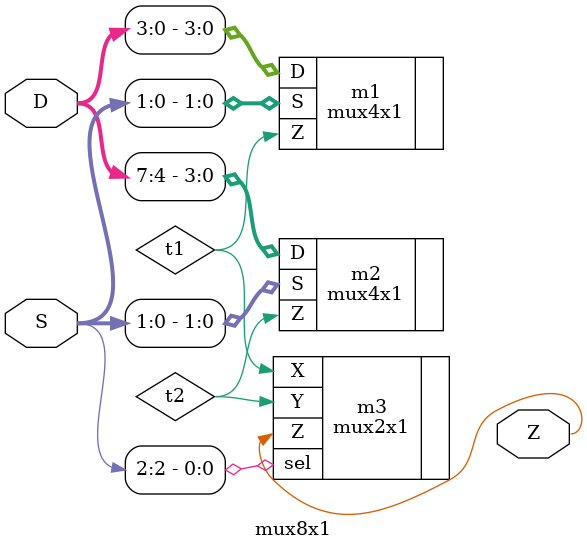
<source format=v>
module mux8x1(
    input wire [7:0] D,
    input wire [2:0] S,
    output wire Z
    );
    
    wire t1, t2;
    mux4x1 m1(.D(D[3:0]), .S(S[1:0]), .Z(t1));
    mux4x1 m2(.D(D[7:4]), .S(S[1:0]), .Z(t2));
    mux2x1 m3(.X(t1), .Y(t2), .sel(S[2]), .Z(Z));

endmodule
</source>
